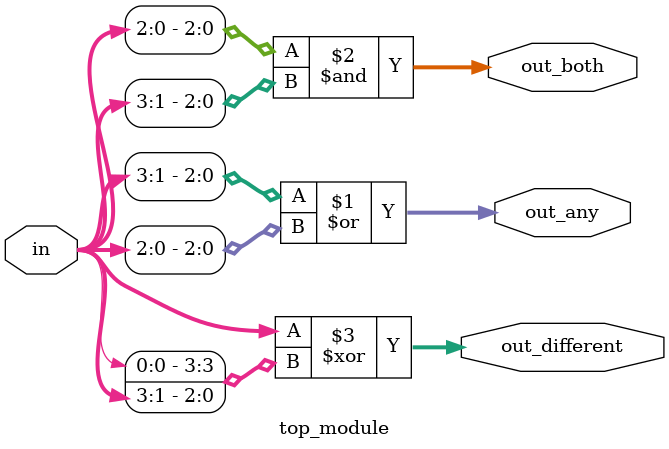
<source format=v>
module top_module( 
    input [3:0] in,
    output [2:0] out_both,
    output [3:1] out_any,
    output [3:0] out_different );
    
	assign out_any = in[3:1] | in[2:0];
	assign out_both = in[2:0] & in[3:1];
	// XOR 'in' with a vector that is 'in' rotated to the right by 1 position: {in[0], in[3:1]}
	// The rotation is accomplished by using part selects[] and the concatenation operator{}.
	assign out_different = in ^ {in[0], in[3:1]};

endmodule
</source>
